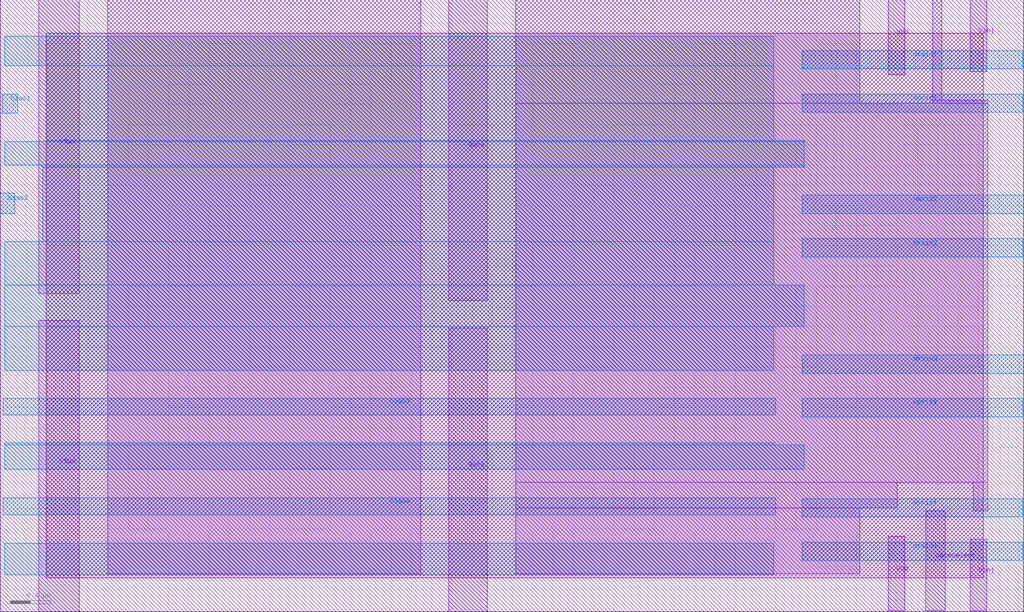
<source format=lef>
VERSION 5.7 ;
  NOWIREEXTENSIONATPIN ON ;
  DIVIDERCHAR "/" ;
  BUSBITCHARS "[]" ;
UNITS
  DATABASE MICRONS 200 ;
END UNITS

LAYER via2
  TYPE CUT ;
END via2

LAYER via
  TYPE CUT ;
END via

LAYER nwell
  TYPE MASTERSLICE ;
END nwell

LAYER via3
  TYPE CUT ;
END via3

LAYER pwell
  TYPE MASTERSLICE ;
END pwell

LAYER via4
  TYPE CUT ;
END via4

LAYER mcon
  TYPE CUT ;
END mcon

LAYER met6
  TYPE ROUTING ;
  WIDTH 0.030000 ;
  SPACING 0.040000 ;
  DIRECTION HORIZONTAL ;
END met6

LAYER met1
  TYPE ROUTING ;
  WIDTH 0.140000 ;
  SPACING 0.140000 ;
  DIRECTION HORIZONTAL ;
END met1

LAYER met3
  TYPE ROUTING ;
  WIDTH 0.300000 ;
  SPACING 0.300000 ;
  DIRECTION HORIZONTAL ;
END met3

LAYER met2
  TYPE ROUTING ;
  WIDTH 0.140000 ;
  SPACING 0.140000 ;
  DIRECTION HORIZONTAL ;
END met2

LAYER met4
  TYPE ROUTING ;
  WIDTH 0.300000 ;
  SPACING 0.300000 ;
  DIRECTION HORIZONTAL ;
END met4

LAYER met5
  TYPE ROUTING ;
  WIDTH 1.600000 ;
  SPACING 1.600000 ;
  DIRECTION HORIZONTAL ;
END met5

LAYER li1
  TYPE ROUTING ;
  WIDTH 0.170000 ;
  SPACING 0.170000 ;
  DIRECTION HORIZONTAL ;
END li1

MACRO sky130_hilas_swc4x1BiasCell
  CLASS BLOCK ;
  FOREIGN sky130_hilas_swc4x1BiasCell ;
  ORIGIN 2.660 3.820 ;
  SIZE 10.110 BY 6.050 ;
  PIN bias1
    USE ANALOG ;
    PORT
      LAYER met2 ;
        RECT -2.640 1.110 -2.490 1.300 ;
    END
  END bias1
  PIN bias2
    USE ANALOG ;
    PORT
      LAYER met2 ;
        RECT -2.660 0.120 -2.520 0.320 ;
    END
  END bias2
  PIN bias3
    USE ANALOG ;
    PORT
      LAYER met2 ;
        RECT -2.630 -1.870 5.000 -1.710 ;
    END
  END bias3
  PIN bias4
    USE ANALOG ;
    PORT
      LAYER met2 ;
        RECT -2.630 -2.860 5.000 -2.690 ;
    END
  END bias4
  PIN Vtun
    USE ANALOG ;
    PORT
      LAYER met1 ;
        RECT -2.280 -0.670 -1.880 2.230 ;
    END
    PORT
      LAYER met1 ;
        RECT -2.280 -3.820 -1.880 -0.940 ;
    END
  END Vtun
  PIN Gate
    USE ANALOG ;
    PORT
      LAYER met1 ;
        RECT 1.770 -3.820 2.150 -1.010 ;
    END
    PORT
      LAYER met1 ;
        RECT 1.770 -0.740 2.150 2.230 ;
    END
  END Gate
  PIN Vinj
    USE POWER ;
    PORT
      LAYER met1 ;
        RECT 6.920 1.520 7.080 2.230 ;
    END
    PORT
      LAYER met1 ;
        RECT 6.920 -3.810 7.080 -3.100 ;
    END
  END Vinj
  PIN Vdd
    USE POWER ;
    PORT
      LAYER met1 ;
        RECT 6.110 1.490 6.270 2.230 ;
    END
    PORT
      LAYER met1 ;
        RECT 6.110 -3.810 6.270 -3.070 ;
    END
  END Vdd
  PIN GateSelect
    USE ANALOG ;
    PORT
      LAYER met1 ;
        RECT 6.480 -3.810 6.670 -2.820 ;
    END
  END GateSelect
  PIN drain1
    USE ANALOG ;
    PORT
      LAYER met2 ;
        RECT 5.260 1.550 7.440 1.730 ;
    END
  END drain1
  PIN Horiz1
    USE ANALOG ;
    PORT
      LAYER met2 ;
        RECT 5.260 1.120 7.440 1.300 ;
    END
  END Horiz1
  PIN Horiz2
    USE ANALOG ;
    PORT
      LAYER met2 ;
        RECT 5.260 0.120 7.450 0.300 ;
    END
  END Horiz2
  PIN drain2
    PORT
      LAYER met2 ;
        RECT 5.260 -0.310 7.440 -0.130 ;
    END
  END drain2
  PIN drain3
    USE ANALOG ;
    PORT
      LAYER met2 ;
        RECT 5.260 -1.460 7.450 -1.280 ;
    END
  END drain3
  PIN Horiz3
    USE ANALOG ;
    PORT
      LAYER met2 ;
        RECT 5.260 -1.890 7.440 -1.710 ;
    END
  END Horiz3
  PIN Horiz4
    USE ANALOG ;
    PORT
      LAYER met2 ;
        RECT 5.260 -2.880 7.440 -2.700 ;
    END
  END Horiz4
  PIN drain4
    USE ANALOG ;
    PORT
      LAYER met2 ;
        RECT 5.260 -3.310 7.440 -3.130 ;
    END
  END drain4
  OBS
      LAYER li1 ;
        RECT -2.210 -3.480 7.050 1.900 ;
      LAYER met1 ;
        RECT -1.600 -3.440 1.490 2.230 ;
        RECT 2.430 1.210 5.830 2.230 ;
        RECT 6.550 1.240 6.640 2.230 ;
        RECT 6.550 1.210 7.090 1.240 ;
        RECT 2.430 -2.540 7.090 1.210 ;
        RECT 2.430 -2.790 6.200 -2.540 ;
        RECT 2.430 -3.440 5.830 -2.790 ;
        RECT 6.950 -2.820 7.090 -2.540 ;
      LAYER met2 ;
        RECT -2.620 1.580 4.980 1.870 ;
        RECT -2.210 0.840 4.980 1.580 ;
        RECT -2.210 0.830 5.280 0.840 ;
        RECT -2.620 0.600 5.280 0.830 ;
        RECT -2.240 0.580 5.280 0.600 ;
        RECT -2.240 -0.160 4.980 0.580 ;
        RECT -2.620 -0.590 4.980 -0.160 ;
        RECT -2.620 -1.000 5.280 -0.590 ;
        RECT -2.620 -1.430 4.980 -1.000 ;
        RECT -2.620 -2.170 4.980 -2.150 ;
        RECT -2.620 -2.410 5.280 -2.170 ;
        RECT -2.620 -3.450 4.980 -3.140 ;
  END
END sky130_hilas_swc4x1BiasCell
END LIBRARY


</source>
